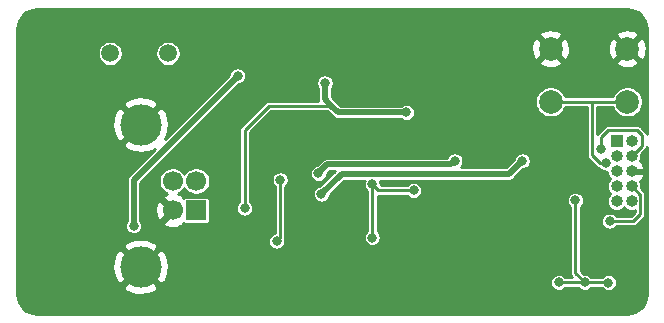
<source format=gbr>
%TF.GenerationSoftware,KiCad,Pcbnew,5.99.0+really5.1.10+dfsg1-1*%
%TF.CreationDate,2021-10-18T01:31:44-04:00*%
%TF.ProjectId,DebugDongle,44656275-6744-46f6-9e67-6c652e6b6963,rev?*%
%TF.SameCoordinates,Original*%
%TF.FileFunction,Copper,L2,Bot*%
%TF.FilePolarity,Positive*%
%FSLAX46Y46*%
G04 Gerber Fmt 4.6, Leading zero omitted, Abs format (unit mm)*
G04 Created by KiCad (PCBNEW 5.99.0+really5.1.10+dfsg1-1) date 2021-10-18 01:31:44*
%MOMM*%
%LPD*%
G01*
G04 APERTURE LIST*
%TA.AperFunction,ComponentPad*%
%ADD10O,1.000000X1.000000*%
%TD*%
%TA.AperFunction,ComponentPad*%
%ADD11R,1.000000X1.000000*%
%TD*%
%TA.AperFunction,ComponentPad*%
%ADD12C,1.500000*%
%TD*%
%TA.AperFunction,ComponentPad*%
%ADD13C,2.000000*%
%TD*%
%TA.AperFunction,ComponentPad*%
%ADD14C,3.500000*%
%TD*%
%TA.AperFunction,ComponentPad*%
%ADD15C,1.700000*%
%TD*%
%TA.AperFunction,ComponentPad*%
%ADD16R,1.700000X1.700000*%
%TD*%
%TA.AperFunction,ViaPad*%
%ADD17C,0.800000*%
%TD*%
%TA.AperFunction,Conductor*%
%ADD18C,0.500000*%
%TD*%
%TA.AperFunction,Conductor*%
%ADD19C,0.250000*%
%TD*%
%TA.AperFunction,Conductor*%
%ADD20C,0.254000*%
%TD*%
%TA.AperFunction,Conductor*%
%ADD21C,0.100000*%
%TD*%
G04 APERTURE END LIST*
D10*
%TO.P,J1,10*%
%TO.N,/TCK*%
X180370000Y-83110000D03*
%TO.P,J1,9*%
%TO.N,/TDI*%
X179100000Y-83110000D03*
%TO.P,J1,8*%
%TO.N,/TDO*%
X180370000Y-81840000D03*
%TO.P,J1,7*%
%TO.N,/TMS*%
X179100000Y-81840000D03*
%TO.P,J1,6*%
%TO.N,GND*%
X180370000Y-80570000D03*
%TO.P,J1,5*%
%TO.N,/DEBUG_TX*%
X179100000Y-80570000D03*
%TO.P,J1,4*%
%TO.N,/DEBUG_RX*%
X180370000Y-79300000D03*
%TO.P,J1,3*%
%TO.N,Net-(J1-Pad3)*%
X179100000Y-79300000D03*
%TO.P,J1,2*%
%TO.N,+1V8*%
X180370000Y-78030000D03*
D11*
%TO.P,J1,1*%
%TO.N,+BATT*%
X179100000Y-78030000D03*
%TD*%
D12*
%TO.P,Y1,2*%
%TO.N,Net-(C17-Pad2)*%
X136220000Y-70600000D03*
%TO.P,Y1,1*%
%TO.N,Net-(C16-Pad2)*%
X141100000Y-70600000D03*
%TD*%
D13*
%TO.P,SW1,1*%
%TO.N,Net-(J1-Pad3)*%
X173500000Y-74700000D03*
%TO.P,SW1,2*%
%TO.N,GND*%
X173500000Y-70200000D03*
%TO.P,SW1,1*%
%TO.N,Net-(J1-Pad3)*%
X180000000Y-74700000D03*
%TO.P,SW1,2*%
%TO.N,GND*%
X180000000Y-70200000D03*
%TD*%
D14*
%TO.P,J2,5*%
%TO.N,GND*%
X138790000Y-76630000D03*
X138790000Y-88670000D03*
D15*
%TO.P,J2,4*%
X141500000Y-83900000D03*
%TO.P,J2,3*%
%TO.N,Net-(J2-Pad3)*%
X141500000Y-81400000D03*
%TO.P,J2,2*%
%TO.N,Net-(J2-Pad2)*%
X143500000Y-81400000D03*
D16*
%TO.P,J2,1*%
%TO.N,Net-(C13-Pad1)*%
X143500000Y-83900000D03*
%TD*%
D17*
%TO.N,Net-(C1-Pad2)*%
X171100000Y-79700000D03*
X154100000Y-82500000D03*
%TO.N,GND*%
X180200000Y-90000000D03*
X164600000Y-89100000D03*
X165500000Y-86000000D03*
X173200000Y-88900000D03*
X173200000Y-86100000D03*
X155200000Y-86200000D03*
X160800000Y-83800000D03*
X156500000Y-83700000D03*
X159500000Y-87100000D03*
X174900000Y-77200000D03*
X160200000Y-79000000D03*
X156600000Y-78900000D03*
X160600000Y-69900000D03*
X151100000Y-89400000D03*
X164800000Y-78300000D03*
X154100000Y-83800000D03*
X152200000Y-78100000D03*
%TO.N,Net-(C11-Pad2)*%
X153850000Y-80750000D03*
X165400000Y-79700000D03*
%TO.N,Net-(C13-Pad1)*%
X147000000Y-72500000D03*
X138200001Y-85200001D03*
%TO.N,/TDO*%
X178500000Y-84800000D03*
%TO.N,/DEBUG_RX*%
X177800000Y-78700000D03*
%TO.N,Net-(J1-Pad3)*%
X178200000Y-79900000D03*
%TO.N,+1V8*%
X161900000Y-82200000D03*
X158400000Y-81700000D03*
X158400000Y-86200000D03*
X178400000Y-90000000D03*
X176387343Y-89987351D03*
X174187347Y-89987347D03*
X175600000Y-83025000D03*
%TO.N,+3V3*%
X154400000Y-73100000D03*
X161300000Y-75600000D03*
X147600000Y-83700000D03*
%TO.N,Net-(R7-Pad1)*%
X150600000Y-81300000D03*
X150300000Y-86500000D03*
%TD*%
D18*
%TO.N,Net-(C1-Pad2)*%
X155800000Y-80800000D02*
X154100000Y-82500000D01*
X171100000Y-79700000D02*
X170000000Y-80800000D01*
X170000000Y-80800000D02*
X155800000Y-80800000D01*
%TO.N,Net-(C11-Pad2)*%
X153850000Y-80750000D02*
X154600001Y-79999999D01*
X154600001Y-79999999D02*
X165100001Y-79999999D01*
X165100001Y-79999999D02*
X165400000Y-79700000D01*
%TO.N,Net-(C13-Pad1)*%
X138200000Y-85200000D02*
X138200001Y-85200001D01*
X138200000Y-81300000D02*
X138200000Y-85200000D01*
X147000000Y-72500000D02*
X138200000Y-81300000D01*
D19*
%TO.N,/TDO*%
X180510002Y-84800000D02*
X178500000Y-84800000D01*
X181085001Y-82555001D02*
X180370000Y-81840000D01*
X181085001Y-84225001D02*
X181085001Y-82555001D01*
X180510002Y-84800000D02*
X181085001Y-84225001D01*
%TO.N,/DEBUG_RX*%
X177800000Y-77700000D02*
X177800000Y-78700000D01*
X181200000Y-77500000D02*
X180800000Y-77100000D01*
X181200000Y-78470000D02*
X181200000Y-77500000D01*
X178400000Y-77100000D02*
X177800000Y-77700000D01*
X180800000Y-77100000D02*
X178400000Y-77100000D01*
X180370000Y-79300000D02*
X181200000Y-78470000D01*
%TO.N,Net-(J1-Pad3)*%
X173500000Y-74700000D02*
X180000000Y-74700000D01*
X177698960Y-79900000D02*
X178200000Y-79900000D01*
X177000000Y-79201040D02*
X177698960Y-79900000D01*
X177000000Y-74700000D02*
X177000000Y-79201040D01*
X176400000Y-74700000D02*
X177000000Y-74700000D01*
%TO.N,+1V8*%
X158900000Y-82200000D02*
X158400000Y-81700000D01*
X161900000Y-82200000D02*
X158900000Y-82200000D01*
X158400000Y-81700000D02*
X158400000Y-86200000D01*
X178387351Y-89987351D02*
X178400000Y-90000000D01*
X176387343Y-89987351D02*
X178387351Y-89987351D01*
X174187351Y-89987351D02*
X174187347Y-89987347D01*
X176387343Y-89987351D02*
X174187351Y-89987351D01*
X175600000Y-89200008D02*
X176387343Y-89987351D01*
X175600000Y-83025000D02*
X175600000Y-89200008D01*
D18*
%TO.N,+3V3*%
X155500000Y-75600000D02*
X161300000Y-75600000D01*
X154400000Y-73100000D02*
X154400000Y-74500000D01*
X154950000Y-75050000D02*
X155500000Y-75600000D01*
X154400000Y-74500000D02*
X154950000Y-75050000D01*
D19*
X149650000Y-75050000D02*
X154950000Y-75050000D01*
X147600000Y-77100000D02*
X149650000Y-75050000D01*
X147600000Y-83700000D02*
X147600000Y-77100000D01*
%TO.N,Net-(R7-Pad1)*%
X150600000Y-86200000D02*
X150300000Y-86500000D01*
X150600000Y-81300000D02*
X150600000Y-86200000D01*
%TD*%
D20*
%TO.N,GND*%
X180319768Y-66885042D02*
X180627361Y-66977908D01*
X180911057Y-67128753D01*
X181160048Y-67331826D01*
X181364855Y-67579393D01*
X181517674Y-67862028D01*
X181612686Y-68168961D01*
X181648001Y-68504963D01*
X181648001Y-77437187D01*
X181645460Y-77411392D01*
X181635585Y-77378841D01*
X181619614Y-77326190D01*
X181577643Y-77247667D01*
X181521159Y-77178841D01*
X181503910Y-77164685D01*
X181135323Y-76796100D01*
X181121159Y-76778841D01*
X181052333Y-76722357D01*
X180973810Y-76680386D01*
X180888607Y-76654540D01*
X180822205Y-76648000D01*
X180800000Y-76645813D01*
X180777795Y-76648000D01*
X178422204Y-76648000D01*
X178399999Y-76645813D01*
X178311392Y-76654540D01*
X178226190Y-76680386D01*
X178147667Y-76722357D01*
X178078841Y-76778841D01*
X178064685Y-76796090D01*
X177496100Y-77364677D01*
X177478841Y-77378841D01*
X177452000Y-77411547D01*
X177452000Y-75152000D01*
X178750890Y-75152000D01*
X178824028Y-75328570D01*
X178969252Y-75545913D01*
X179154087Y-75730748D01*
X179371430Y-75875972D01*
X179612928Y-75976004D01*
X179869302Y-76027000D01*
X180130698Y-76027000D01*
X180387072Y-75976004D01*
X180628570Y-75875972D01*
X180845913Y-75730748D01*
X181030748Y-75545913D01*
X181175972Y-75328570D01*
X181276004Y-75087072D01*
X181327000Y-74830698D01*
X181327000Y-74569302D01*
X181276004Y-74312928D01*
X181175972Y-74071430D01*
X181030748Y-73854087D01*
X180845913Y-73669252D01*
X180628570Y-73524028D01*
X180387072Y-73423996D01*
X180130698Y-73373000D01*
X179869302Y-73373000D01*
X179612928Y-73423996D01*
X179371430Y-73524028D01*
X179154087Y-73669252D01*
X178969252Y-73854087D01*
X178824028Y-74071430D01*
X178750890Y-74248000D01*
X177022205Y-74248000D01*
X177000000Y-74245813D01*
X176977795Y-74248000D01*
X174749110Y-74248000D01*
X174675972Y-74071430D01*
X174530748Y-73854087D01*
X174345913Y-73669252D01*
X174128570Y-73524028D01*
X173887072Y-73423996D01*
X173630698Y-73373000D01*
X173369302Y-73373000D01*
X173112928Y-73423996D01*
X172871430Y-73524028D01*
X172654087Y-73669252D01*
X172469252Y-73854087D01*
X172324028Y-74071430D01*
X172223996Y-74312928D01*
X172173000Y-74569302D01*
X172173000Y-74830698D01*
X172223996Y-75087072D01*
X172324028Y-75328570D01*
X172469252Y-75545913D01*
X172654087Y-75730748D01*
X172871430Y-75875972D01*
X173112928Y-75976004D01*
X173369302Y-76027000D01*
X173630698Y-76027000D01*
X173887072Y-75976004D01*
X174128570Y-75875972D01*
X174345913Y-75730748D01*
X174530748Y-75545913D01*
X174675972Y-75328570D01*
X174749110Y-75152000D01*
X176548000Y-75152000D01*
X176548001Y-79178825D01*
X176545813Y-79201040D01*
X176554540Y-79289647D01*
X176580386Y-79374849D01*
X176610586Y-79431349D01*
X176622358Y-79453373D01*
X176678842Y-79522199D01*
X176696096Y-79536359D01*
X177363641Y-80203905D01*
X177377801Y-80221159D01*
X177446627Y-80277643D01*
X177525150Y-80319614D01*
X177610352Y-80345460D01*
X177624202Y-80346824D01*
X177635302Y-80363436D01*
X177736564Y-80464698D01*
X177855636Y-80544259D01*
X177987942Y-80599062D01*
X178128397Y-80627000D01*
X178271603Y-80627000D01*
X178273000Y-80626722D01*
X178273000Y-80651452D01*
X178304782Y-80811227D01*
X178367123Y-80961731D01*
X178457628Y-81097181D01*
X178565447Y-81205000D01*
X178457628Y-81312819D01*
X178367123Y-81448269D01*
X178304782Y-81598773D01*
X178273000Y-81758548D01*
X178273000Y-81921452D01*
X178304782Y-82081227D01*
X178367123Y-82231731D01*
X178457628Y-82367181D01*
X178565447Y-82475000D01*
X178457628Y-82582819D01*
X178367123Y-82718269D01*
X178304782Y-82868773D01*
X178273000Y-83028548D01*
X178273000Y-83191452D01*
X178304782Y-83351227D01*
X178367123Y-83501731D01*
X178457628Y-83637181D01*
X178572819Y-83752372D01*
X178708269Y-83842877D01*
X178858773Y-83905218D01*
X179018548Y-83937000D01*
X179181452Y-83937000D01*
X179341227Y-83905218D01*
X179491731Y-83842877D01*
X179627181Y-83752372D01*
X179735000Y-83644553D01*
X179842819Y-83752372D01*
X179978269Y-83842877D01*
X180128773Y-83905218D01*
X180288548Y-83937000D01*
X180451452Y-83937000D01*
X180611227Y-83905218D01*
X180633001Y-83896199D01*
X180633001Y-84037776D01*
X180322779Y-84348000D01*
X179072339Y-84348000D01*
X179064698Y-84336564D01*
X178963436Y-84235302D01*
X178844364Y-84155741D01*
X178712058Y-84100938D01*
X178571603Y-84073000D01*
X178428397Y-84073000D01*
X178287942Y-84100938D01*
X178155636Y-84155741D01*
X178036564Y-84235302D01*
X177935302Y-84336564D01*
X177855741Y-84455636D01*
X177800938Y-84587942D01*
X177773000Y-84728397D01*
X177773000Y-84871603D01*
X177800938Y-85012058D01*
X177855741Y-85144364D01*
X177935302Y-85263436D01*
X178036564Y-85364698D01*
X178155636Y-85444259D01*
X178287942Y-85499062D01*
X178428397Y-85527000D01*
X178571603Y-85527000D01*
X178712058Y-85499062D01*
X178844364Y-85444259D01*
X178963436Y-85364698D01*
X179064698Y-85263436D01*
X179072339Y-85252000D01*
X180487797Y-85252000D01*
X180510002Y-85254187D01*
X180532207Y-85252000D01*
X180598609Y-85245460D01*
X180683812Y-85219614D01*
X180762335Y-85177643D01*
X180831161Y-85121159D01*
X180845325Y-85103900D01*
X181388912Y-84560315D01*
X181406160Y-84546160D01*
X181462644Y-84477334D01*
X181504615Y-84398811D01*
X181530461Y-84313608D01*
X181537001Y-84247206D01*
X181537001Y-84247205D01*
X181539188Y-84225002D01*
X181537001Y-84202797D01*
X181537001Y-82577205D01*
X181539188Y-82555000D01*
X181530461Y-82466393D01*
X181504615Y-82381191D01*
X181500669Y-82373809D01*
X181462644Y-82302668D01*
X181406160Y-82233842D01*
X181388911Y-82219686D01*
X181179359Y-82010135D01*
X181197000Y-81921452D01*
X181197000Y-81758548D01*
X181165218Y-81598773D01*
X181102877Y-81448269D01*
X181096141Y-81438188D01*
X181228865Y-81312020D01*
X181357123Y-81130206D01*
X181447446Y-80926864D01*
X181464119Y-80871874D01*
X181337954Y-80697000D01*
X180497000Y-80697000D01*
X180497000Y-80717000D01*
X180243000Y-80717000D01*
X180243000Y-80697000D01*
X180223000Y-80697000D01*
X180223000Y-80443000D01*
X180243000Y-80443000D01*
X180243000Y-80423000D01*
X180497000Y-80423000D01*
X180497000Y-80443000D01*
X181337954Y-80443000D01*
X181464119Y-80268126D01*
X181447446Y-80213136D01*
X181357123Y-80009794D01*
X181228865Y-79827980D01*
X181096141Y-79701812D01*
X181102877Y-79691731D01*
X181165218Y-79541227D01*
X181197000Y-79381452D01*
X181197000Y-79218548D01*
X181179359Y-79129865D01*
X181503911Y-78805314D01*
X181521159Y-78791159D01*
X181577643Y-78722333D01*
X181619614Y-78643810D01*
X181645460Y-78558607D01*
X181645460Y-78558606D01*
X181648001Y-78532813D01*
X181648000Y-90982784D01*
X181614958Y-91319768D01*
X181522091Y-91627361D01*
X181371250Y-91911052D01*
X181168176Y-92160046D01*
X180920607Y-92364854D01*
X180637974Y-92517673D01*
X180331039Y-92612685D01*
X179995046Y-92648000D01*
X130017216Y-92648000D01*
X129680232Y-92614958D01*
X129372639Y-92522091D01*
X129088948Y-92371250D01*
X128839954Y-92168176D01*
X128635146Y-91920607D01*
X128482327Y-91637974D01*
X128387315Y-91331039D01*
X128352000Y-90995046D01*
X128352000Y-90339609D01*
X137299997Y-90339609D01*
X137486073Y-90680766D01*
X137903409Y-90896513D01*
X138354815Y-91026696D01*
X138822946Y-91066313D01*
X139289811Y-91013842D01*
X139737468Y-90871297D01*
X140093927Y-90680766D01*
X140280003Y-90339609D01*
X138790000Y-88849605D01*
X137299997Y-90339609D01*
X128352000Y-90339609D01*
X128352000Y-88702946D01*
X136393687Y-88702946D01*
X136446158Y-89169811D01*
X136588703Y-89617468D01*
X136779234Y-89973927D01*
X137120391Y-90160003D01*
X138610395Y-88670000D01*
X138969605Y-88670000D01*
X140459609Y-90160003D01*
X140800766Y-89973927D01*
X140830844Y-89915744D01*
X173460347Y-89915744D01*
X173460347Y-90058950D01*
X173488285Y-90199405D01*
X173543088Y-90331711D01*
X173622649Y-90450783D01*
X173723911Y-90552045D01*
X173842983Y-90631606D01*
X173975289Y-90686409D01*
X174115744Y-90714347D01*
X174258950Y-90714347D01*
X174399405Y-90686409D01*
X174531711Y-90631606D01*
X174650783Y-90552045D01*
X174752045Y-90450783D01*
X174759684Y-90439351D01*
X175815004Y-90439351D01*
X175822645Y-90450787D01*
X175923907Y-90552049D01*
X176042979Y-90631610D01*
X176175285Y-90686413D01*
X176315740Y-90714351D01*
X176458946Y-90714351D01*
X176599401Y-90686413D01*
X176731707Y-90631610D01*
X176850779Y-90552049D01*
X176952041Y-90450787D01*
X176959682Y-90439351D01*
X177819209Y-90439351D01*
X177835302Y-90463436D01*
X177936564Y-90564698D01*
X178055636Y-90644259D01*
X178187942Y-90699062D01*
X178328397Y-90727000D01*
X178471603Y-90727000D01*
X178612058Y-90699062D01*
X178744364Y-90644259D01*
X178863436Y-90564698D01*
X178964698Y-90463436D01*
X179044259Y-90344364D01*
X179099062Y-90212058D01*
X179127000Y-90071603D01*
X179127000Y-89928397D01*
X179099062Y-89787942D01*
X179044259Y-89655636D01*
X178964698Y-89536564D01*
X178863436Y-89435302D01*
X178744364Y-89355741D01*
X178612058Y-89300938D01*
X178471603Y-89273000D01*
X178328397Y-89273000D01*
X178187942Y-89300938D01*
X178055636Y-89355741D01*
X177936564Y-89435302D01*
X177836515Y-89535351D01*
X176959682Y-89535351D01*
X176952041Y-89523915D01*
X176850779Y-89422653D01*
X176731707Y-89343092D01*
X176599401Y-89288289D01*
X176458946Y-89260351D01*
X176315740Y-89260351D01*
X176302250Y-89263034D01*
X176052000Y-89012785D01*
X176052000Y-83597339D01*
X176063436Y-83589698D01*
X176164698Y-83488436D01*
X176244259Y-83369364D01*
X176299062Y-83237058D01*
X176327000Y-83096603D01*
X176327000Y-82953397D01*
X176299062Y-82812942D01*
X176244259Y-82680636D01*
X176164698Y-82561564D01*
X176063436Y-82460302D01*
X175944364Y-82380741D01*
X175812058Y-82325938D01*
X175671603Y-82298000D01*
X175528397Y-82298000D01*
X175387942Y-82325938D01*
X175255636Y-82380741D01*
X175136564Y-82460302D01*
X175035302Y-82561564D01*
X174955741Y-82680636D01*
X174900938Y-82812942D01*
X174873000Y-82953397D01*
X174873000Y-83096603D01*
X174900938Y-83237058D01*
X174955741Y-83369364D01*
X175035302Y-83488436D01*
X175136564Y-83589698D01*
X175148000Y-83597339D01*
X175148001Y-89177793D01*
X175145813Y-89200008D01*
X175154540Y-89288615D01*
X175180386Y-89373817D01*
X175222358Y-89452341D01*
X175278842Y-89521167D01*
X175296095Y-89535327D01*
X175296120Y-89535351D01*
X174759689Y-89535351D01*
X174752045Y-89523911D01*
X174650783Y-89422649D01*
X174531711Y-89343088D01*
X174399405Y-89288285D01*
X174258950Y-89260347D01*
X174115744Y-89260347D01*
X173975289Y-89288285D01*
X173842983Y-89343088D01*
X173723911Y-89422649D01*
X173622649Y-89523911D01*
X173543088Y-89642983D01*
X173488285Y-89775289D01*
X173460347Y-89915744D01*
X140830844Y-89915744D01*
X141016513Y-89556591D01*
X141146696Y-89105185D01*
X141186313Y-88637054D01*
X141133842Y-88170189D01*
X140991297Y-87722532D01*
X140800766Y-87366073D01*
X140459609Y-87179997D01*
X138969605Y-88670000D01*
X138610395Y-88670000D01*
X137120391Y-87179997D01*
X136779234Y-87366073D01*
X136563487Y-87783409D01*
X136433304Y-88234815D01*
X136393687Y-88702946D01*
X128352000Y-88702946D01*
X128352000Y-87000391D01*
X137299997Y-87000391D01*
X138790000Y-88490395D01*
X140280003Y-87000391D01*
X140093927Y-86659234D01*
X139676591Y-86443487D01*
X139624267Y-86428397D01*
X149573000Y-86428397D01*
X149573000Y-86571603D01*
X149600938Y-86712058D01*
X149655741Y-86844364D01*
X149735302Y-86963436D01*
X149836564Y-87064698D01*
X149955636Y-87144259D01*
X150087942Y-87199062D01*
X150228397Y-87227000D01*
X150371603Y-87227000D01*
X150512058Y-87199062D01*
X150644364Y-87144259D01*
X150763436Y-87064698D01*
X150864698Y-86963436D01*
X150944259Y-86844364D01*
X150999062Y-86712058D01*
X151027000Y-86571603D01*
X151027000Y-86428397D01*
X151017084Y-86378544D01*
X151019614Y-86373810D01*
X151045460Y-86288607D01*
X151054187Y-86200001D01*
X151052000Y-86177796D01*
X151052000Y-81872339D01*
X151063436Y-81864698D01*
X151164698Y-81763436D01*
X151244259Y-81644364D01*
X151299062Y-81512058D01*
X151327000Y-81371603D01*
X151327000Y-81228397D01*
X151299062Y-81087942D01*
X151244259Y-80955636D01*
X151164698Y-80836564D01*
X151063436Y-80735302D01*
X150978272Y-80678397D01*
X153123000Y-80678397D01*
X153123000Y-80821603D01*
X153150938Y-80962058D01*
X153205741Y-81094364D01*
X153285302Y-81213436D01*
X153386564Y-81314698D01*
X153505636Y-81394259D01*
X153637942Y-81449062D01*
X153778397Y-81477000D01*
X153921603Y-81477000D01*
X154062058Y-81449062D01*
X154194364Y-81394259D01*
X154313436Y-81314698D01*
X154414698Y-81213436D01*
X154494259Y-81094364D01*
X154549062Y-80962058D01*
X154572680Y-80843321D01*
X154839002Y-80576999D01*
X155206999Y-80576999D01*
X154006679Y-81777320D01*
X153887942Y-81800938D01*
X153755636Y-81855741D01*
X153636564Y-81935302D01*
X153535302Y-82036564D01*
X153455741Y-82155636D01*
X153400938Y-82287942D01*
X153373000Y-82428397D01*
X153373000Y-82571603D01*
X153400938Y-82712058D01*
X153455741Y-82844364D01*
X153535302Y-82963436D01*
X153636564Y-83064698D01*
X153755636Y-83144259D01*
X153887942Y-83199062D01*
X154028397Y-83227000D01*
X154171603Y-83227000D01*
X154312058Y-83199062D01*
X154444364Y-83144259D01*
X154563436Y-83064698D01*
X154664698Y-82963436D01*
X154744259Y-82844364D01*
X154799062Y-82712058D01*
X154822680Y-82593321D01*
X156039002Y-81377000D01*
X157746892Y-81377000D01*
X157700938Y-81487942D01*
X157673000Y-81628397D01*
X157673000Y-81771603D01*
X157700938Y-81912058D01*
X157755741Y-82044364D01*
X157835302Y-82163436D01*
X157936564Y-82264698D01*
X157948000Y-82272339D01*
X157948001Y-85627660D01*
X157936564Y-85635302D01*
X157835302Y-85736564D01*
X157755741Y-85855636D01*
X157700938Y-85987942D01*
X157673000Y-86128397D01*
X157673000Y-86271603D01*
X157700938Y-86412058D01*
X157755741Y-86544364D01*
X157835302Y-86663436D01*
X157936564Y-86764698D01*
X158055636Y-86844259D01*
X158187942Y-86899062D01*
X158328397Y-86927000D01*
X158471603Y-86927000D01*
X158612058Y-86899062D01*
X158744364Y-86844259D01*
X158863436Y-86764698D01*
X158964698Y-86663436D01*
X159044259Y-86544364D01*
X159099062Y-86412058D01*
X159127000Y-86271603D01*
X159127000Y-86128397D01*
X159099062Y-85987942D01*
X159044259Y-85855636D01*
X158964698Y-85736564D01*
X158863436Y-85635302D01*
X158852000Y-85627661D01*
X158852000Y-82649459D01*
X158900000Y-82654187D01*
X158922205Y-82652000D01*
X161327661Y-82652000D01*
X161335302Y-82663436D01*
X161436564Y-82764698D01*
X161555636Y-82844259D01*
X161687942Y-82899062D01*
X161828397Y-82927000D01*
X161971603Y-82927000D01*
X162112058Y-82899062D01*
X162244364Y-82844259D01*
X162363436Y-82764698D01*
X162464698Y-82663436D01*
X162544259Y-82544364D01*
X162599062Y-82412058D01*
X162627000Y-82271603D01*
X162627000Y-82128397D01*
X162599062Y-81987942D01*
X162544259Y-81855636D01*
X162464698Y-81736564D01*
X162363436Y-81635302D01*
X162244364Y-81555741D01*
X162112058Y-81500938D01*
X161971603Y-81473000D01*
X161828397Y-81473000D01*
X161687942Y-81500938D01*
X161555636Y-81555741D01*
X161436564Y-81635302D01*
X161335302Y-81736564D01*
X161327661Y-81748000D01*
X159127000Y-81748000D01*
X159127000Y-81628397D01*
X159099062Y-81487942D01*
X159053108Y-81377000D01*
X169971669Y-81377000D01*
X170000000Y-81379790D01*
X170028331Y-81377000D01*
X170028336Y-81377000D01*
X170058045Y-81374074D01*
X170113111Y-81368651D01*
X170157770Y-81355103D01*
X170221876Y-81335657D01*
X170322115Y-81282079D01*
X170409974Y-81209974D01*
X170428039Y-81187962D01*
X171193321Y-80422680D01*
X171312058Y-80399062D01*
X171444364Y-80344259D01*
X171563436Y-80264698D01*
X171664698Y-80163436D01*
X171744259Y-80044364D01*
X171799062Y-79912058D01*
X171827000Y-79771603D01*
X171827000Y-79628397D01*
X171799062Y-79487942D01*
X171744259Y-79355636D01*
X171664698Y-79236564D01*
X171563436Y-79135302D01*
X171444364Y-79055741D01*
X171312058Y-79000938D01*
X171171603Y-78973000D01*
X171028397Y-78973000D01*
X170887942Y-79000938D01*
X170755636Y-79055741D01*
X170636564Y-79135302D01*
X170535302Y-79236564D01*
X170455741Y-79355636D01*
X170400938Y-79487942D01*
X170377320Y-79606679D01*
X169760999Y-80223000D01*
X165905134Y-80223000D01*
X165964698Y-80163436D01*
X166044259Y-80044364D01*
X166099062Y-79912058D01*
X166127000Y-79771603D01*
X166127000Y-79628397D01*
X166099062Y-79487942D01*
X166044259Y-79355636D01*
X165964698Y-79236564D01*
X165863436Y-79135302D01*
X165744364Y-79055741D01*
X165612058Y-79000938D01*
X165471603Y-78973000D01*
X165328397Y-78973000D01*
X165187942Y-79000938D01*
X165055636Y-79055741D01*
X164936564Y-79135302D01*
X164835302Y-79236564D01*
X164755741Y-79355636D01*
X164727838Y-79422999D01*
X154628340Y-79422999D01*
X154600001Y-79420208D01*
X154486889Y-79431348D01*
X154378124Y-79464342D01*
X154360413Y-79473809D01*
X154277886Y-79517920D01*
X154190027Y-79590025D01*
X154171964Y-79612035D01*
X153756679Y-80027320D01*
X153637942Y-80050938D01*
X153505636Y-80105741D01*
X153386564Y-80185302D01*
X153285302Y-80286564D01*
X153205741Y-80405636D01*
X153150938Y-80537942D01*
X153123000Y-80678397D01*
X150978272Y-80678397D01*
X150944364Y-80655741D01*
X150812058Y-80600938D01*
X150671603Y-80573000D01*
X150528397Y-80573000D01*
X150387942Y-80600938D01*
X150255636Y-80655741D01*
X150136564Y-80735302D01*
X150035302Y-80836564D01*
X149955741Y-80955636D01*
X149900938Y-81087942D01*
X149873000Y-81228397D01*
X149873000Y-81371603D01*
X149900938Y-81512058D01*
X149955741Y-81644364D01*
X150035302Y-81763436D01*
X150136564Y-81864698D01*
X150148000Y-81872339D01*
X150148001Y-85788992D01*
X150087942Y-85800938D01*
X149955636Y-85855741D01*
X149836564Y-85935302D01*
X149735302Y-86036564D01*
X149655741Y-86155636D01*
X149600938Y-86287942D01*
X149573000Y-86428397D01*
X139624267Y-86428397D01*
X139225185Y-86313304D01*
X138757054Y-86273687D01*
X138290189Y-86326158D01*
X137842532Y-86468703D01*
X137486073Y-86659234D01*
X137299997Y-87000391D01*
X128352000Y-87000391D01*
X128352000Y-78299609D01*
X137299997Y-78299609D01*
X137486073Y-78640766D01*
X137903409Y-78856513D01*
X138354815Y-78986696D01*
X138822946Y-79026313D01*
X139289811Y-78973842D01*
X139737468Y-78831297D01*
X139985022Y-78698977D01*
X137812038Y-80871961D01*
X137790026Y-80890026D01*
X137717921Y-80977886D01*
X137664343Y-81078125D01*
X137655547Y-81107123D01*
X137631349Y-81186889D01*
X137620210Y-81300000D01*
X137623000Y-81328331D01*
X137623001Y-84754977D01*
X137555742Y-84855637D01*
X137500939Y-84987943D01*
X137473001Y-85128398D01*
X137473001Y-85271604D01*
X137500939Y-85412059D01*
X137555742Y-85544365D01*
X137635303Y-85663437D01*
X137736565Y-85764699D01*
X137855637Y-85844260D01*
X137987943Y-85899063D01*
X138128398Y-85927001D01*
X138271604Y-85927001D01*
X138412059Y-85899063D01*
X138544365Y-85844260D01*
X138663437Y-85764699D01*
X138764699Y-85663437D01*
X138844260Y-85544365D01*
X138899063Y-85412059D01*
X138927001Y-85271604D01*
X138927001Y-85128398D01*
X138899063Y-84987943D01*
X138844260Y-84855637D01*
X138777000Y-84754975D01*
X138777000Y-83968531D01*
X140009389Y-83968531D01*
X140051401Y-84258019D01*
X140149081Y-84533747D01*
X140222528Y-84671157D01*
X140471603Y-84748792D01*
X141320395Y-83900000D01*
X140471603Y-83051208D01*
X140222528Y-83128843D01*
X140096629Y-83392883D01*
X140024661Y-83676411D01*
X140009389Y-83968531D01*
X138777000Y-83968531D01*
X138777000Y-81539001D01*
X139031925Y-81284076D01*
X140323000Y-81284076D01*
X140323000Y-81515924D01*
X140368231Y-81743318D01*
X140456956Y-81957519D01*
X140585764Y-82150294D01*
X140749706Y-82314236D01*
X140942481Y-82443044D01*
X141045324Y-82485643D01*
X140866253Y-82549081D01*
X140728843Y-82622528D01*
X140651208Y-82871603D01*
X141500000Y-83720395D01*
X141514143Y-83706253D01*
X141693748Y-83885858D01*
X141679605Y-83900000D01*
X141693748Y-83914143D01*
X141514143Y-84093748D01*
X141500000Y-84079605D01*
X140651208Y-84928397D01*
X140728843Y-85177472D01*
X140992883Y-85303371D01*
X141276411Y-85375339D01*
X141568531Y-85390611D01*
X141858019Y-85348599D01*
X142133747Y-85250919D01*
X142271157Y-85177472D01*
X142348791Y-84928399D01*
X142464896Y-85044504D01*
X142479665Y-85029735D01*
X142524257Y-85053570D01*
X142585897Y-85072268D01*
X142650000Y-85078582D01*
X144350000Y-85078582D01*
X144414103Y-85072268D01*
X144475743Y-85053570D01*
X144532550Y-85023206D01*
X144582343Y-84982343D01*
X144623206Y-84932550D01*
X144653570Y-84875743D01*
X144672268Y-84814103D01*
X144678582Y-84750000D01*
X144678582Y-83628397D01*
X146873000Y-83628397D01*
X146873000Y-83771603D01*
X146900938Y-83912058D01*
X146955741Y-84044364D01*
X147035302Y-84163436D01*
X147136564Y-84264698D01*
X147255636Y-84344259D01*
X147387942Y-84399062D01*
X147528397Y-84427000D01*
X147671603Y-84427000D01*
X147812058Y-84399062D01*
X147944364Y-84344259D01*
X148063436Y-84264698D01*
X148164698Y-84163436D01*
X148244259Y-84044364D01*
X148299062Y-83912058D01*
X148327000Y-83771603D01*
X148327000Y-83628397D01*
X148299062Y-83487942D01*
X148244259Y-83355636D01*
X148164698Y-83236564D01*
X148063436Y-83135302D01*
X148052000Y-83127661D01*
X148052000Y-77287223D01*
X149837224Y-75502000D01*
X154585999Y-75502000D01*
X155071961Y-75987962D01*
X155090026Y-76009974D01*
X155177885Y-76082079D01*
X155278124Y-76135657D01*
X155386888Y-76168650D01*
X155471664Y-76177000D01*
X155471670Y-76177000D01*
X155499999Y-76179790D01*
X155528328Y-76177000D01*
X160854975Y-76177000D01*
X160955636Y-76244259D01*
X161087942Y-76299062D01*
X161228397Y-76327000D01*
X161371603Y-76327000D01*
X161512058Y-76299062D01*
X161644364Y-76244259D01*
X161763436Y-76164698D01*
X161864698Y-76063436D01*
X161944259Y-75944364D01*
X161999062Y-75812058D01*
X162027000Y-75671603D01*
X162027000Y-75528397D01*
X161999062Y-75387942D01*
X161944259Y-75255636D01*
X161864698Y-75136564D01*
X161763436Y-75035302D01*
X161644364Y-74955741D01*
X161512058Y-74900938D01*
X161371603Y-74873000D01*
X161228397Y-74873000D01*
X161087942Y-74900938D01*
X160955636Y-74955741D01*
X160854975Y-75023000D01*
X155739001Y-75023000D01*
X154977000Y-74260999D01*
X154977000Y-73545025D01*
X155044259Y-73444364D01*
X155099062Y-73312058D01*
X155127000Y-73171603D01*
X155127000Y-73028397D01*
X155099062Y-72887942D01*
X155044259Y-72755636D01*
X154964698Y-72636564D01*
X154863436Y-72535302D01*
X154744364Y-72455741D01*
X154612058Y-72400938D01*
X154471603Y-72373000D01*
X154328397Y-72373000D01*
X154187942Y-72400938D01*
X154055636Y-72455741D01*
X153936564Y-72535302D01*
X153835302Y-72636564D01*
X153755741Y-72755636D01*
X153700938Y-72887942D01*
X153673000Y-73028397D01*
X153673000Y-73171603D01*
X153700938Y-73312058D01*
X153755741Y-73444364D01*
X153823000Y-73545025D01*
X153823001Y-74471659D01*
X153820210Y-74500000D01*
X153829861Y-74598000D01*
X149672205Y-74598000D01*
X149650000Y-74595813D01*
X149561392Y-74604540D01*
X149512953Y-74619234D01*
X149476190Y-74630386D01*
X149397667Y-74672357D01*
X149328841Y-74728841D01*
X149314681Y-74746095D01*
X147296096Y-76764681D01*
X147278842Y-76778841D01*
X147253595Y-76809605D01*
X147222358Y-76847667D01*
X147180386Y-76926191D01*
X147154540Y-77011393D01*
X147145813Y-77100000D01*
X147148001Y-77122215D01*
X147148000Y-83127661D01*
X147136564Y-83135302D01*
X147035302Y-83236564D01*
X146955741Y-83355636D01*
X146900938Y-83487942D01*
X146873000Y-83628397D01*
X144678582Y-83628397D01*
X144678582Y-83050000D01*
X144672268Y-82985897D01*
X144653570Y-82924257D01*
X144623206Y-82867450D01*
X144582343Y-82817657D01*
X144532550Y-82776794D01*
X144475743Y-82746430D01*
X144414103Y-82727732D01*
X144350000Y-82721418D01*
X142650000Y-82721418D01*
X142585897Y-82727732D01*
X142524257Y-82746430D01*
X142479665Y-82770265D01*
X142464896Y-82755496D01*
X142348791Y-82871601D01*
X142271157Y-82622528D01*
X142007117Y-82496629D01*
X141958156Y-82484201D01*
X142057519Y-82443044D01*
X142250294Y-82314236D01*
X142414236Y-82150294D01*
X142500000Y-82021939D01*
X142585764Y-82150294D01*
X142749706Y-82314236D01*
X142942481Y-82443044D01*
X143156682Y-82531769D01*
X143384076Y-82577000D01*
X143615924Y-82577000D01*
X143843318Y-82531769D01*
X144057519Y-82443044D01*
X144250294Y-82314236D01*
X144414236Y-82150294D01*
X144543044Y-81957519D01*
X144631769Y-81743318D01*
X144677000Y-81515924D01*
X144677000Y-81284076D01*
X144631769Y-81056682D01*
X144543044Y-80842481D01*
X144414236Y-80649706D01*
X144250294Y-80485764D01*
X144057519Y-80356956D01*
X143843318Y-80268231D01*
X143615924Y-80223000D01*
X143384076Y-80223000D01*
X143156682Y-80268231D01*
X142942481Y-80356956D01*
X142749706Y-80485764D01*
X142585764Y-80649706D01*
X142500000Y-80778061D01*
X142414236Y-80649706D01*
X142250294Y-80485764D01*
X142057519Y-80356956D01*
X141843318Y-80268231D01*
X141615924Y-80223000D01*
X141384076Y-80223000D01*
X141156682Y-80268231D01*
X140942481Y-80356956D01*
X140749706Y-80485764D01*
X140585764Y-80649706D01*
X140456956Y-80842481D01*
X140368231Y-81056682D01*
X140323000Y-81284076D01*
X139031925Y-81284076D01*
X147093321Y-73222680D01*
X147212058Y-73199062D01*
X147344364Y-73144259D01*
X147463436Y-73064698D01*
X147564698Y-72963436D01*
X147644259Y-72844364D01*
X147699062Y-72712058D01*
X147727000Y-72571603D01*
X147727000Y-72428397D01*
X147699062Y-72287942D01*
X147644259Y-72155636D01*
X147564698Y-72036564D01*
X147463436Y-71935302D01*
X147344364Y-71855741D01*
X147212058Y-71800938D01*
X147071603Y-71773000D01*
X146928397Y-71773000D01*
X146787942Y-71800938D01*
X146655636Y-71855741D01*
X146536564Y-71935302D01*
X146435302Y-72036564D01*
X146355741Y-72155636D01*
X146300938Y-72287942D01*
X146277320Y-72406679D01*
X140855020Y-77828979D01*
X141016513Y-77516591D01*
X141146696Y-77065185D01*
X141186313Y-76597054D01*
X141133842Y-76130189D01*
X140991297Y-75682532D01*
X140800766Y-75326073D01*
X140459609Y-75139997D01*
X138969605Y-76630000D01*
X138983748Y-76644142D01*
X138804142Y-76823748D01*
X138790000Y-76809605D01*
X137299997Y-78299609D01*
X128352000Y-78299609D01*
X128352000Y-76662946D01*
X136393687Y-76662946D01*
X136446158Y-77129811D01*
X136588703Y-77577468D01*
X136779234Y-77933927D01*
X137120391Y-78120003D01*
X138610395Y-76630000D01*
X137120391Y-75139997D01*
X136779234Y-75326073D01*
X136563487Y-75743409D01*
X136433304Y-76194815D01*
X136393687Y-76662946D01*
X128352000Y-76662946D01*
X128352000Y-74960391D01*
X137299997Y-74960391D01*
X138790000Y-76450395D01*
X140280003Y-74960391D01*
X140093927Y-74619234D01*
X139676591Y-74403487D01*
X139225185Y-74273304D01*
X138757054Y-74233687D01*
X138290189Y-74286158D01*
X137842532Y-74428703D01*
X137486073Y-74619234D01*
X137299997Y-74960391D01*
X128352000Y-74960391D01*
X128352000Y-70493925D01*
X135143000Y-70493925D01*
X135143000Y-70706075D01*
X135184389Y-70914149D01*
X135265575Y-71110151D01*
X135383440Y-71286547D01*
X135533453Y-71436560D01*
X135709849Y-71554425D01*
X135905851Y-71635611D01*
X136113925Y-71677000D01*
X136326075Y-71677000D01*
X136534149Y-71635611D01*
X136730151Y-71554425D01*
X136906547Y-71436560D01*
X137056560Y-71286547D01*
X137174425Y-71110151D01*
X137255611Y-70914149D01*
X137297000Y-70706075D01*
X137297000Y-70493925D01*
X140023000Y-70493925D01*
X140023000Y-70706075D01*
X140064389Y-70914149D01*
X140145575Y-71110151D01*
X140263440Y-71286547D01*
X140413453Y-71436560D01*
X140589849Y-71554425D01*
X140785851Y-71635611D01*
X140993925Y-71677000D01*
X141206075Y-71677000D01*
X141414149Y-71635611D01*
X141610151Y-71554425D01*
X141786547Y-71436560D01*
X141887694Y-71335413D01*
X172544192Y-71335413D01*
X172639956Y-71599814D01*
X172929571Y-71740704D01*
X173241108Y-71822384D01*
X173562595Y-71841718D01*
X173881675Y-71797961D01*
X174186088Y-71692795D01*
X174360044Y-71599814D01*
X174455808Y-71335413D01*
X179044192Y-71335413D01*
X179139956Y-71599814D01*
X179429571Y-71740704D01*
X179741108Y-71822384D01*
X180062595Y-71841718D01*
X180381675Y-71797961D01*
X180686088Y-71692795D01*
X180860044Y-71599814D01*
X180955808Y-71335413D01*
X180000000Y-70379605D01*
X179044192Y-71335413D01*
X174455808Y-71335413D01*
X173500000Y-70379605D01*
X172544192Y-71335413D01*
X141887694Y-71335413D01*
X141936560Y-71286547D01*
X142054425Y-71110151D01*
X142135611Y-70914149D01*
X142177000Y-70706075D01*
X142177000Y-70493925D01*
X142135611Y-70285851D01*
X142125979Y-70262595D01*
X171858282Y-70262595D01*
X171902039Y-70581675D01*
X172007205Y-70886088D01*
X172100186Y-71060044D01*
X172364587Y-71155808D01*
X173320395Y-70200000D01*
X173679605Y-70200000D01*
X174635413Y-71155808D01*
X174899814Y-71060044D01*
X175040704Y-70770429D01*
X175122384Y-70458892D01*
X175134189Y-70262595D01*
X178358282Y-70262595D01*
X178402039Y-70581675D01*
X178507205Y-70886088D01*
X178600186Y-71060044D01*
X178864587Y-71155808D01*
X179820395Y-70200000D01*
X180179605Y-70200000D01*
X181135413Y-71155808D01*
X181399814Y-71060044D01*
X181540704Y-70770429D01*
X181622384Y-70458892D01*
X181641718Y-70137405D01*
X181597961Y-69818325D01*
X181492795Y-69513912D01*
X181399814Y-69339956D01*
X181135413Y-69244192D01*
X180179605Y-70200000D01*
X179820395Y-70200000D01*
X178864587Y-69244192D01*
X178600186Y-69339956D01*
X178459296Y-69629571D01*
X178377616Y-69941108D01*
X178358282Y-70262595D01*
X175134189Y-70262595D01*
X175141718Y-70137405D01*
X175097961Y-69818325D01*
X174992795Y-69513912D01*
X174899814Y-69339956D01*
X174635413Y-69244192D01*
X173679605Y-70200000D01*
X173320395Y-70200000D01*
X172364587Y-69244192D01*
X172100186Y-69339956D01*
X171959296Y-69629571D01*
X171877616Y-69941108D01*
X171858282Y-70262595D01*
X142125979Y-70262595D01*
X142054425Y-70089849D01*
X141936560Y-69913453D01*
X141786547Y-69763440D01*
X141610151Y-69645575D01*
X141414149Y-69564389D01*
X141206075Y-69523000D01*
X140993925Y-69523000D01*
X140785851Y-69564389D01*
X140589849Y-69645575D01*
X140413453Y-69763440D01*
X140263440Y-69913453D01*
X140145575Y-70089849D01*
X140064389Y-70285851D01*
X140023000Y-70493925D01*
X137297000Y-70493925D01*
X137255611Y-70285851D01*
X137174425Y-70089849D01*
X137056560Y-69913453D01*
X136906547Y-69763440D01*
X136730151Y-69645575D01*
X136534149Y-69564389D01*
X136326075Y-69523000D01*
X136113925Y-69523000D01*
X135905851Y-69564389D01*
X135709849Y-69645575D01*
X135533453Y-69763440D01*
X135383440Y-69913453D01*
X135265575Y-70089849D01*
X135184389Y-70285851D01*
X135143000Y-70493925D01*
X128352000Y-70493925D01*
X128352000Y-69064587D01*
X172544192Y-69064587D01*
X173500000Y-70020395D01*
X174455808Y-69064587D01*
X179044192Y-69064587D01*
X180000000Y-70020395D01*
X180955808Y-69064587D01*
X180860044Y-68800186D01*
X180570429Y-68659296D01*
X180258892Y-68577616D01*
X179937405Y-68558282D01*
X179618325Y-68602039D01*
X179313912Y-68707205D01*
X179139956Y-68800186D01*
X179044192Y-69064587D01*
X174455808Y-69064587D01*
X174360044Y-68800186D01*
X174070429Y-68659296D01*
X173758892Y-68577616D01*
X173437405Y-68558282D01*
X173118325Y-68602039D01*
X172813912Y-68707205D01*
X172639956Y-68800186D01*
X172544192Y-69064587D01*
X128352000Y-69064587D01*
X128352000Y-68517215D01*
X128385042Y-68180232D01*
X128477908Y-67872639D01*
X128628753Y-67588943D01*
X128831826Y-67339952D01*
X129079393Y-67135145D01*
X129362028Y-66982326D01*
X129668961Y-66887314D01*
X130004954Y-66852000D01*
X179982785Y-66852000D01*
X180319768Y-66885042D01*
%TA.AperFunction,Conductor*%
D21*
G36*
X180319768Y-66885042D02*
G01*
X180627361Y-66977908D01*
X180911057Y-67128753D01*
X181160048Y-67331826D01*
X181364855Y-67579393D01*
X181517674Y-67862028D01*
X181612686Y-68168961D01*
X181648001Y-68504963D01*
X181648001Y-77437187D01*
X181645460Y-77411392D01*
X181635585Y-77378841D01*
X181619614Y-77326190D01*
X181577643Y-77247667D01*
X181521159Y-77178841D01*
X181503910Y-77164685D01*
X181135323Y-76796100D01*
X181121159Y-76778841D01*
X181052333Y-76722357D01*
X180973810Y-76680386D01*
X180888607Y-76654540D01*
X180822205Y-76648000D01*
X180800000Y-76645813D01*
X180777795Y-76648000D01*
X178422204Y-76648000D01*
X178399999Y-76645813D01*
X178311392Y-76654540D01*
X178226190Y-76680386D01*
X178147667Y-76722357D01*
X178078841Y-76778841D01*
X178064685Y-76796090D01*
X177496100Y-77364677D01*
X177478841Y-77378841D01*
X177452000Y-77411547D01*
X177452000Y-75152000D01*
X178750890Y-75152000D01*
X178824028Y-75328570D01*
X178969252Y-75545913D01*
X179154087Y-75730748D01*
X179371430Y-75875972D01*
X179612928Y-75976004D01*
X179869302Y-76027000D01*
X180130698Y-76027000D01*
X180387072Y-75976004D01*
X180628570Y-75875972D01*
X180845913Y-75730748D01*
X181030748Y-75545913D01*
X181175972Y-75328570D01*
X181276004Y-75087072D01*
X181327000Y-74830698D01*
X181327000Y-74569302D01*
X181276004Y-74312928D01*
X181175972Y-74071430D01*
X181030748Y-73854087D01*
X180845913Y-73669252D01*
X180628570Y-73524028D01*
X180387072Y-73423996D01*
X180130698Y-73373000D01*
X179869302Y-73373000D01*
X179612928Y-73423996D01*
X179371430Y-73524028D01*
X179154087Y-73669252D01*
X178969252Y-73854087D01*
X178824028Y-74071430D01*
X178750890Y-74248000D01*
X177022205Y-74248000D01*
X177000000Y-74245813D01*
X176977795Y-74248000D01*
X174749110Y-74248000D01*
X174675972Y-74071430D01*
X174530748Y-73854087D01*
X174345913Y-73669252D01*
X174128570Y-73524028D01*
X173887072Y-73423996D01*
X173630698Y-73373000D01*
X173369302Y-73373000D01*
X173112928Y-73423996D01*
X172871430Y-73524028D01*
X172654087Y-73669252D01*
X172469252Y-73854087D01*
X172324028Y-74071430D01*
X172223996Y-74312928D01*
X172173000Y-74569302D01*
X172173000Y-74830698D01*
X172223996Y-75087072D01*
X172324028Y-75328570D01*
X172469252Y-75545913D01*
X172654087Y-75730748D01*
X172871430Y-75875972D01*
X173112928Y-75976004D01*
X173369302Y-76027000D01*
X173630698Y-76027000D01*
X173887072Y-75976004D01*
X174128570Y-75875972D01*
X174345913Y-75730748D01*
X174530748Y-75545913D01*
X174675972Y-75328570D01*
X174749110Y-75152000D01*
X176548000Y-75152000D01*
X176548001Y-79178825D01*
X176545813Y-79201040D01*
X176554540Y-79289647D01*
X176580386Y-79374849D01*
X176610586Y-79431349D01*
X176622358Y-79453373D01*
X176678842Y-79522199D01*
X176696096Y-79536359D01*
X177363641Y-80203905D01*
X177377801Y-80221159D01*
X177446627Y-80277643D01*
X177525150Y-80319614D01*
X177610352Y-80345460D01*
X177624202Y-80346824D01*
X177635302Y-80363436D01*
X177736564Y-80464698D01*
X177855636Y-80544259D01*
X177987942Y-80599062D01*
X178128397Y-80627000D01*
X178271603Y-80627000D01*
X178273000Y-80626722D01*
X178273000Y-80651452D01*
X178304782Y-80811227D01*
X178367123Y-80961731D01*
X178457628Y-81097181D01*
X178565447Y-81205000D01*
X178457628Y-81312819D01*
X178367123Y-81448269D01*
X178304782Y-81598773D01*
X178273000Y-81758548D01*
X178273000Y-81921452D01*
X178304782Y-82081227D01*
X178367123Y-82231731D01*
X178457628Y-82367181D01*
X178565447Y-82475000D01*
X178457628Y-82582819D01*
X178367123Y-82718269D01*
X178304782Y-82868773D01*
X178273000Y-83028548D01*
X178273000Y-83191452D01*
X178304782Y-83351227D01*
X178367123Y-83501731D01*
X178457628Y-83637181D01*
X178572819Y-83752372D01*
X178708269Y-83842877D01*
X178858773Y-83905218D01*
X179018548Y-83937000D01*
X179181452Y-83937000D01*
X179341227Y-83905218D01*
X179491731Y-83842877D01*
X179627181Y-83752372D01*
X179735000Y-83644553D01*
X179842819Y-83752372D01*
X179978269Y-83842877D01*
X180128773Y-83905218D01*
X180288548Y-83937000D01*
X180451452Y-83937000D01*
X180611227Y-83905218D01*
X180633001Y-83896199D01*
X180633001Y-84037776D01*
X180322779Y-84348000D01*
X179072339Y-84348000D01*
X179064698Y-84336564D01*
X178963436Y-84235302D01*
X178844364Y-84155741D01*
X178712058Y-84100938D01*
X178571603Y-84073000D01*
X178428397Y-84073000D01*
X178287942Y-84100938D01*
X178155636Y-84155741D01*
X178036564Y-84235302D01*
X177935302Y-84336564D01*
X177855741Y-84455636D01*
X177800938Y-84587942D01*
X177773000Y-84728397D01*
X177773000Y-84871603D01*
X177800938Y-85012058D01*
X177855741Y-85144364D01*
X177935302Y-85263436D01*
X178036564Y-85364698D01*
X178155636Y-85444259D01*
X178287942Y-85499062D01*
X178428397Y-85527000D01*
X178571603Y-85527000D01*
X178712058Y-85499062D01*
X178844364Y-85444259D01*
X178963436Y-85364698D01*
X179064698Y-85263436D01*
X179072339Y-85252000D01*
X180487797Y-85252000D01*
X180510002Y-85254187D01*
X180532207Y-85252000D01*
X180598609Y-85245460D01*
X180683812Y-85219614D01*
X180762335Y-85177643D01*
X180831161Y-85121159D01*
X180845325Y-85103900D01*
X181388912Y-84560315D01*
X181406160Y-84546160D01*
X181462644Y-84477334D01*
X181504615Y-84398811D01*
X181530461Y-84313608D01*
X181537001Y-84247206D01*
X181537001Y-84247205D01*
X181539188Y-84225002D01*
X181537001Y-84202797D01*
X181537001Y-82577205D01*
X181539188Y-82555000D01*
X181530461Y-82466393D01*
X181504615Y-82381191D01*
X181500669Y-82373809D01*
X181462644Y-82302668D01*
X181406160Y-82233842D01*
X181388911Y-82219686D01*
X181179359Y-82010135D01*
X181197000Y-81921452D01*
X181197000Y-81758548D01*
X181165218Y-81598773D01*
X181102877Y-81448269D01*
X181096141Y-81438188D01*
X181228865Y-81312020D01*
X181357123Y-81130206D01*
X181447446Y-80926864D01*
X181464119Y-80871874D01*
X181337954Y-80697000D01*
X180497000Y-80697000D01*
X180497000Y-80717000D01*
X180243000Y-80717000D01*
X180243000Y-80697000D01*
X180223000Y-80697000D01*
X180223000Y-80443000D01*
X180243000Y-80443000D01*
X180243000Y-80423000D01*
X180497000Y-80423000D01*
X180497000Y-80443000D01*
X181337954Y-80443000D01*
X181464119Y-80268126D01*
X181447446Y-80213136D01*
X181357123Y-80009794D01*
X181228865Y-79827980D01*
X181096141Y-79701812D01*
X181102877Y-79691731D01*
X181165218Y-79541227D01*
X181197000Y-79381452D01*
X181197000Y-79218548D01*
X181179359Y-79129865D01*
X181503911Y-78805314D01*
X181521159Y-78791159D01*
X181577643Y-78722333D01*
X181619614Y-78643810D01*
X181645460Y-78558607D01*
X181645460Y-78558606D01*
X181648001Y-78532813D01*
X181648000Y-90982784D01*
X181614958Y-91319768D01*
X181522091Y-91627361D01*
X181371250Y-91911052D01*
X181168176Y-92160046D01*
X180920607Y-92364854D01*
X180637974Y-92517673D01*
X180331039Y-92612685D01*
X179995046Y-92648000D01*
X130017216Y-92648000D01*
X129680232Y-92614958D01*
X129372639Y-92522091D01*
X129088948Y-92371250D01*
X128839954Y-92168176D01*
X128635146Y-91920607D01*
X128482327Y-91637974D01*
X128387315Y-91331039D01*
X128352000Y-90995046D01*
X128352000Y-90339609D01*
X137299997Y-90339609D01*
X137486073Y-90680766D01*
X137903409Y-90896513D01*
X138354815Y-91026696D01*
X138822946Y-91066313D01*
X139289811Y-91013842D01*
X139737468Y-90871297D01*
X140093927Y-90680766D01*
X140280003Y-90339609D01*
X138790000Y-88849605D01*
X137299997Y-90339609D01*
X128352000Y-90339609D01*
X128352000Y-88702946D01*
X136393687Y-88702946D01*
X136446158Y-89169811D01*
X136588703Y-89617468D01*
X136779234Y-89973927D01*
X137120391Y-90160003D01*
X138610395Y-88670000D01*
X138969605Y-88670000D01*
X140459609Y-90160003D01*
X140800766Y-89973927D01*
X140830844Y-89915744D01*
X173460347Y-89915744D01*
X173460347Y-90058950D01*
X173488285Y-90199405D01*
X173543088Y-90331711D01*
X173622649Y-90450783D01*
X173723911Y-90552045D01*
X173842983Y-90631606D01*
X173975289Y-90686409D01*
X174115744Y-90714347D01*
X174258950Y-90714347D01*
X174399405Y-90686409D01*
X174531711Y-90631606D01*
X174650783Y-90552045D01*
X174752045Y-90450783D01*
X174759684Y-90439351D01*
X175815004Y-90439351D01*
X175822645Y-90450787D01*
X175923907Y-90552049D01*
X176042979Y-90631610D01*
X176175285Y-90686413D01*
X176315740Y-90714351D01*
X176458946Y-90714351D01*
X176599401Y-90686413D01*
X176731707Y-90631610D01*
X176850779Y-90552049D01*
X176952041Y-90450787D01*
X176959682Y-90439351D01*
X177819209Y-90439351D01*
X177835302Y-90463436D01*
X177936564Y-90564698D01*
X178055636Y-90644259D01*
X178187942Y-90699062D01*
X178328397Y-90727000D01*
X178471603Y-90727000D01*
X178612058Y-90699062D01*
X178744364Y-90644259D01*
X178863436Y-90564698D01*
X178964698Y-90463436D01*
X179044259Y-90344364D01*
X179099062Y-90212058D01*
X179127000Y-90071603D01*
X179127000Y-89928397D01*
X179099062Y-89787942D01*
X179044259Y-89655636D01*
X178964698Y-89536564D01*
X178863436Y-89435302D01*
X178744364Y-89355741D01*
X178612058Y-89300938D01*
X178471603Y-89273000D01*
X178328397Y-89273000D01*
X178187942Y-89300938D01*
X178055636Y-89355741D01*
X177936564Y-89435302D01*
X177836515Y-89535351D01*
X176959682Y-89535351D01*
X176952041Y-89523915D01*
X176850779Y-89422653D01*
X176731707Y-89343092D01*
X176599401Y-89288289D01*
X176458946Y-89260351D01*
X176315740Y-89260351D01*
X176302250Y-89263034D01*
X176052000Y-89012785D01*
X176052000Y-83597339D01*
X176063436Y-83589698D01*
X176164698Y-83488436D01*
X176244259Y-83369364D01*
X176299062Y-83237058D01*
X176327000Y-83096603D01*
X176327000Y-82953397D01*
X176299062Y-82812942D01*
X176244259Y-82680636D01*
X176164698Y-82561564D01*
X176063436Y-82460302D01*
X175944364Y-82380741D01*
X175812058Y-82325938D01*
X175671603Y-82298000D01*
X175528397Y-82298000D01*
X175387942Y-82325938D01*
X175255636Y-82380741D01*
X175136564Y-82460302D01*
X175035302Y-82561564D01*
X174955741Y-82680636D01*
X174900938Y-82812942D01*
X174873000Y-82953397D01*
X174873000Y-83096603D01*
X174900938Y-83237058D01*
X174955741Y-83369364D01*
X175035302Y-83488436D01*
X175136564Y-83589698D01*
X175148000Y-83597339D01*
X175148001Y-89177793D01*
X175145813Y-89200008D01*
X175154540Y-89288615D01*
X175180386Y-89373817D01*
X175222358Y-89452341D01*
X175278842Y-89521167D01*
X175296095Y-89535327D01*
X175296120Y-89535351D01*
X174759689Y-89535351D01*
X174752045Y-89523911D01*
X174650783Y-89422649D01*
X174531711Y-89343088D01*
X174399405Y-89288285D01*
X174258950Y-89260347D01*
X174115744Y-89260347D01*
X173975289Y-89288285D01*
X173842983Y-89343088D01*
X173723911Y-89422649D01*
X173622649Y-89523911D01*
X173543088Y-89642983D01*
X173488285Y-89775289D01*
X173460347Y-89915744D01*
X140830844Y-89915744D01*
X141016513Y-89556591D01*
X141146696Y-89105185D01*
X141186313Y-88637054D01*
X141133842Y-88170189D01*
X140991297Y-87722532D01*
X140800766Y-87366073D01*
X140459609Y-87179997D01*
X138969605Y-88670000D01*
X138610395Y-88670000D01*
X137120391Y-87179997D01*
X136779234Y-87366073D01*
X136563487Y-87783409D01*
X136433304Y-88234815D01*
X136393687Y-88702946D01*
X128352000Y-88702946D01*
X128352000Y-87000391D01*
X137299997Y-87000391D01*
X138790000Y-88490395D01*
X140280003Y-87000391D01*
X140093927Y-86659234D01*
X139676591Y-86443487D01*
X139624267Y-86428397D01*
X149573000Y-86428397D01*
X149573000Y-86571603D01*
X149600938Y-86712058D01*
X149655741Y-86844364D01*
X149735302Y-86963436D01*
X149836564Y-87064698D01*
X149955636Y-87144259D01*
X150087942Y-87199062D01*
X150228397Y-87227000D01*
X150371603Y-87227000D01*
X150512058Y-87199062D01*
X150644364Y-87144259D01*
X150763436Y-87064698D01*
X150864698Y-86963436D01*
X150944259Y-86844364D01*
X150999062Y-86712058D01*
X151027000Y-86571603D01*
X151027000Y-86428397D01*
X151017084Y-86378544D01*
X151019614Y-86373810D01*
X151045460Y-86288607D01*
X151054187Y-86200001D01*
X151052000Y-86177796D01*
X151052000Y-81872339D01*
X151063436Y-81864698D01*
X151164698Y-81763436D01*
X151244259Y-81644364D01*
X151299062Y-81512058D01*
X151327000Y-81371603D01*
X151327000Y-81228397D01*
X151299062Y-81087942D01*
X151244259Y-80955636D01*
X151164698Y-80836564D01*
X151063436Y-80735302D01*
X150978272Y-80678397D01*
X153123000Y-80678397D01*
X153123000Y-80821603D01*
X153150938Y-80962058D01*
X153205741Y-81094364D01*
X153285302Y-81213436D01*
X153386564Y-81314698D01*
X153505636Y-81394259D01*
X153637942Y-81449062D01*
X153778397Y-81477000D01*
X153921603Y-81477000D01*
X154062058Y-81449062D01*
X154194364Y-81394259D01*
X154313436Y-81314698D01*
X154414698Y-81213436D01*
X154494259Y-81094364D01*
X154549062Y-80962058D01*
X154572680Y-80843321D01*
X154839002Y-80576999D01*
X155206999Y-80576999D01*
X154006679Y-81777320D01*
X153887942Y-81800938D01*
X153755636Y-81855741D01*
X153636564Y-81935302D01*
X153535302Y-82036564D01*
X153455741Y-82155636D01*
X153400938Y-82287942D01*
X153373000Y-82428397D01*
X153373000Y-82571603D01*
X153400938Y-82712058D01*
X153455741Y-82844364D01*
X153535302Y-82963436D01*
X153636564Y-83064698D01*
X153755636Y-83144259D01*
X153887942Y-83199062D01*
X154028397Y-83227000D01*
X154171603Y-83227000D01*
X154312058Y-83199062D01*
X154444364Y-83144259D01*
X154563436Y-83064698D01*
X154664698Y-82963436D01*
X154744259Y-82844364D01*
X154799062Y-82712058D01*
X154822680Y-82593321D01*
X156039002Y-81377000D01*
X157746892Y-81377000D01*
X157700938Y-81487942D01*
X157673000Y-81628397D01*
X157673000Y-81771603D01*
X157700938Y-81912058D01*
X157755741Y-82044364D01*
X157835302Y-82163436D01*
X157936564Y-82264698D01*
X157948000Y-82272339D01*
X157948001Y-85627660D01*
X157936564Y-85635302D01*
X157835302Y-85736564D01*
X157755741Y-85855636D01*
X157700938Y-85987942D01*
X157673000Y-86128397D01*
X157673000Y-86271603D01*
X157700938Y-86412058D01*
X157755741Y-86544364D01*
X157835302Y-86663436D01*
X157936564Y-86764698D01*
X158055636Y-86844259D01*
X158187942Y-86899062D01*
X158328397Y-86927000D01*
X158471603Y-86927000D01*
X158612058Y-86899062D01*
X158744364Y-86844259D01*
X158863436Y-86764698D01*
X158964698Y-86663436D01*
X159044259Y-86544364D01*
X159099062Y-86412058D01*
X159127000Y-86271603D01*
X159127000Y-86128397D01*
X159099062Y-85987942D01*
X159044259Y-85855636D01*
X158964698Y-85736564D01*
X158863436Y-85635302D01*
X158852000Y-85627661D01*
X158852000Y-82649459D01*
X158900000Y-82654187D01*
X158922205Y-82652000D01*
X161327661Y-82652000D01*
X161335302Y-82663436D01*
X161436564Y-82764698D01*
X161555636Y-82844259D01*
X161687942Y-82899062D01*
X161828397Y-82927000D01*
X161971603Y-82927000D01*
X162112058Y-82899062D01*
X162244364Y-82844259D01*
X162363436Y-82764698D01*
X162464698Y-82663436D01*
X162544259Y-82544364D01*
X162599062Y-82412058D01*
X162627000Y-82271603D01*
X162627000Y-82128397D01*
X162599062Y-81987942D01*
X162544259Y-81855636D01*
X162464698Y-81736564D01*
X162363436Y-81635302D01*
X162244364Y-81555741D01*
X162112058Y-81500938D01*
X161971603Y-81473000D01*
X161828397Y-81473000D01*
X161687942Y-81500938D01*
X161555636Y-81555741D01*
X161436564Y-81635302D01*
X161335302Y-81736564D01*
X161327661Y-81748000D01*
X159127000Y-81748000D01*
X159127000Y-81628397D01*
X159099062Y-81487942D01*
X159053108Y-81377000D01*
X169971669Y-81377000D01*
X170000000Y-81379790D01*
X170028331Y-81377000D01*
X170028336Y-81377000D01*
X170058045Y-81374074D01*
X170113111Y-81368651D01*
X170157770Y-81355103D01*
X170221876Y-81335657D01*
X170322115Y-81282079D01*
X170409974Y-81209974D01*
X170428039Y-81187962D01*
X171193321Y-80422680D01*
X171312058Y-80399062D01*
X171444364Y-80344259D01*
X171563436Y-80264698D01*
X171664698Y-80163436D01*
X171744259Y-80044364D01*
X171799062Y-79912058D01*
X171827000Y-79771603D01*
X171827000Y-79628397D01*
X171799062Y-79487942D01*
X171744259Y-79355636D01*
X171664698Y-79236564D01*
X171563436Y-79135302D01*
X171444364Y-79055741D01*
X171312058Y-79000938D01*
X171171603Y-78973000D01*
X171028397Y-78973000D01*
X170887942Y-79000938D01*
X170755636Y-79055741D01*
X170636564Y-79135302D01*
X170535302Y-79236564D01*
X170455741Y-79355636D01*
X170400938Y-79487942D01*
X170377320Y-79606679D01*
X169760999Y-80223000D01*
X165905134Y-80223000D01*
X165964698Y-80163436D01*
X166044259Y-80044364D01*
X166099062Y-79912058D01*
X166127000Y-79771603D01*
X166127000Y-79628397D01*
X166099062Y-79487942D01*
X166044259Y-79355636D01*
X165964698Y-79236564D01*
X165863436Y-79135302D01*
X165744364Y-79055741D01*
X165612058Y-79000938D01*
X165471603Y-78973000D01*
X165328397Y-78973000D01*
X165187942Y-79000938D01*
X165055636Y-79055741D01*
X164936564Y-79135302D01*
X164835302Y-79236564D01*
X164755741Y-79355636D01*
X164727838Y-79422999D01*
X154628340Y-79422999D01*
X154600001Y-79420208D01*
X154486889Y-79431348D01*
X154378124Y-79464342D01*
X154360413Y-79473809D01*
X154277886Y-79517920D01*
X154190027Y-79590025D01*
X154171964Y-79612035D01*
X153756679Y-80027320D01*
X153637942Y-80050938D01*
X153505636Y-80105741D01*
X153386564Y-80185302D01*
X153285302Y-80286564D01*
X153205741Y-80405636D01*
X153150938Y-80537942D01*
X153123000Y-80678397D01*
X150978272Y-80678397D01*
X150944364Y-80655741D01*
X150812058Y-80600938D01*
X150671603Y-80573000D01*
X150528397Y-80573000D01*
X150387942Y-80600938D01*
X150255636Y-80655741D01*
X150136564Y-80735302D01*
X150035302Y-80836564D01*
X149955741Y-80955636D01*
X149900938Y-81087942D01*
X149873000Y-81228397D01*
X149873000Y-81371603D01*
X149900938Y-81512058D01*
X149955741Y-81644364D01*
X150035302Y-81763436D01*
X150136564Y-81864698D01*
X150148000Y-81872339D01*
X150148001Y-85788992D01*
X150087942Y-85800938D01*
X149955636Y-85855741D01*
X149836564Y-85935302D01*
X149735302Y-86036564D01*
X149655741Y-86155636D01*
X149600938Y-86287942D01*
X149573000Y-86428397D01*
X139624267Y-86428397D01*
X139225185Y-86313304D01*
X138757054Y-86273687D01*
X138290189Y-86326158D01*
X137842532Y-86468703D01*
X137486073Y-86659234D01*
X137299997Y-87000391D01*
X128352000Y-87000391D01*
X128352000Y-78299609D01*
X137299997Y-78299609D01*
X137486073Y-78640766D01*
X137903409Y-78856513D01*
X138354815Y-78986696D01*
X138822946Y-79026313D01*
X139289811Y-78973842D01*
X139737468Y-78831297D01*
X139985022Y-78698977D01*
X137812038Y-80871961D01*
X137790026Y-80890026D01*
X137717921Y-80977886D01*
X137664343Y-81078125D01*
X137655547Y-81107123D01*
X137631349Y-81186889D01*
X137620210Y-81300000D01*
X137623000Y-81328331D01*
X137623001Y-84754977D01*
X137555742Y-84855637D01*
X137500939Y-84987943D01*
X137473001Y-85128398D01*
X137473001Y-85271604D01*
X137500939Y-85412059D01*
X137555742Y-85544365D01*
X137635303Y-85663437D01*
X137736565Y-85764699D01*
X137855637Y-85844260D01*
X137987943Y-85899063D01*
X138128398Y-85927001D01*
X138271604Y-85927001D01*
X138412059Y-85899063D01*
X138544365Y-85844260D01*
X138663437Y-85764699D01*
X138764699Y-85663437D01*
X138844260Y-85544365D01*
X138899063Y-85412059D01*
X138927001Y-85271604D01*
X138927001Y-85128398D01*
X138899063Y-84987943D01*
X138844260Y-84855637D01*
X138777000Y-84754975D01*
X138777000Y-83968531D01*
X140009389Y-83968531D01*
X140051401Y-84258019D01*
X140149081Y-84533747D01*
X140222528Y-84671157D01*
X140471603Y-84748792D01*
X141320395Y-83900000D01*
X140471603Y-83051208D01*
X140222528Y-83128843D01*
X140096629Y-83392883D01*
X140024661Y-83676411D01*
X140009389Y-83968531D01*
X138777000Y-83968531D01*
X138777000Y-81539001D01*
X139031925Y-81284076D01*
X140323000Y-81284076D01*
X140323000Y-81515924D01*
X140368231Y-81743318D01*
X140456956Y-81957519D01*
X140585764Y-82150294D01*
X140749706Y-82314236D01*
X140942481Y-82443044D01*
X141045324Y-82485643D01*
X140866253Y-82549081D01*
X140728843Y-82622528D01*
X140651208Y-82871603D01*
X141500000Y-83720395D01*
X141514143Y-83706253D01*
X141693748Y-83885858D01*
X141679605Y-83900000D01*
X141693748Y-83914143D01*
X141514143Y-84093748D01*
X141500000Y-84079605D01*
X140651208Y-84928397D01*
X140728843Y-85177472D01*
X140992883Y-85303371D01*
X141276411Y-85375339D01*
X141568531Y-85390611D01*
X141858019Y-85348599D01*
X142133747Y-85250919D01*
X142271157Y-85177472D01*
X142348791Y-84928399D01*
X142464896Y-85044504D01*
X142479665Y-85029735D01*
X142524257Y-85053570D01*
X142585897Y-85072268D01*
X142650000Y-85078582D01*
X144350000Y-85078582D01*
X144414103Y-85072268D01*
X144475743Y-85053570D01*
X144532550Y-85023206D01*
X144582343Y-84982343D01*
X144623206Y-84932550D01*
X144653570Y-84875743D01*
X144672268Y-84814103D01*
X144678582Y-84750000D01*
X144678582Y-83628397D01*
X146873000Y-83628397D01*
X146873000Y-83771603D01*
X146900938Y-83912058D01*
X146955741Y-84044364D01*
X147035302Y-84163436D01*
X147136564Y-84264698D01*
X147255636Y-84344259D01*
X147387942Y-84399062D01*
X147528397Y-84427000D01*
X147671603Y-84427000D01*
X147812058Y-84399062D01*
X147944364Y-84344259D01*
X148063436Y-84264698D01*
X148164698Y-84163436D01*
X148244259Y-84044364D01*
X148299062Y-83912058D01*
X148327000Y-83771603D01*
X148327000Y-83628397D01*
X148299062Y-83487942D01*
X148244259Y-83355636D01*
X148164698Y-83236564D01*
X148063436Y-83135302D01*
X148052000Y-83127661D01*
X148052000Y-77287223D01*
X149837224Y-75502000D01*
X154585999Y-75502000D01*
X155071961Y-75987962D01*
X155090026Y-76009974D01*
X155177885Y-76082079D01*
X155278124Y-76135657D01*
X155386888Y-76168650D01*
X155471664Y-76177000D01*
X155471670Y-76177000D01*
X155499999Y-76179790D01*
X155528328Y-76177000D01*
X160854975Y-76177000D01*
X160955636Y-76244259D01*
X161087942Y-76299062D01*
X161228397Y-76327000D01*
X161371603Y-76327000D01*
X161512058Y-76299062D01*
X161644364Y-76244259D01*
X161763436Y-76164698D01*
X161864698Y-76063436D01*
X161944259Y-75944364D01*
X161999062Y-75812058D01*
X162027000Y-75671603D01*
X162027000Y-75528397D01*
X161999062Y-75387942D01*
X161944259Y-75255636D01*
X161864698Y-75136564D01*
X161763436Y-75035302D01*
X161644364Y-74955741D01*
X161512058Y-74900938D01*
X161371603Y-74873000D01*
X161228397Y-74873000D01*
X161087942Y-74900938D01*
X160955636Y-74955741D01*
X160854975Y-75023000D01*
X155739001Y-75023000D01*
X154977000Y-74260999D01*
X154977000Y-73545025D01*
X155044259Y-73444364D01*
X155099062Y-73312058D01*
X155127000Y-73171603D01*
X155127000Y-73028397D01*
X155099062Y-72887942D01*
X155044259Y-72755636D01*
X154964698Y-72636564D01*
X154863436Y-72535302D01*
X154744364Y-72455741D01*
X154612058Y-72400938D01*
X154471603Y-72373000D01*
X154328397Y-72373000D01*
X154187942Y-72400938D01*
X154055636Y-72455741D01*
X153936564Y-72535302D01*
X153835302Y-72636564D01*
X153755741Y-72755636D01*
X153700938Y-72887942D01*
X153673000Y-73028397D01*
X153673000Y-73171603D01*
X153700938Y-73312058D01*
X153755741Y-73444364D01*
X153823000Y-73545025D01*
X153823001Y-74471659D01*
X153820210Y-74500000D01*
X153829861Y-74598000D01*
X149672205Y-74598000D01*
X149650000Y-74595813D01*
X149561392Y-74604540D01*
X149512953Y-74619234D01*
X149476190Y-74630386D01*
X149397667Y-74672357D01*
X149328841Y-74728841D01*
X149314681Y-74746095D01*
X147296096Y-76764681D01*
X147278842Y-76778841D01*
X147253595Y-76809605D01*
X147222358Y-76847667D01*
X147180386Y-76926191D01*
X147154540Y-77011393D01*
X147145813Y-77100000D01*
X147148001Y-77122215D01*
X147148000Y-83127661D01*
X147136564Y-83135302D01*
X147035302Y-83236564D01*
X146955741Y-83355636D01*
X146900938Y-83487942D01*
X146873000Y-83628397D01*
X144678582Y-83628397D01*
X144678582Y-83050000D01*
X144672268Y-82985897D01*
X144653570Y-82924257D01*
X144623206Y-82867450D01*
X144582343Y-82817657D01*
X144532550Y-82776794D01*
X144475743Y-82746430D01*
X144414103Y-82727732D01*
X144350000Y-82721418D01*
X142650000Y-82721418D01*
X142585897Y-82727732D01*
X142524257Y-82746430D01*
X142479665Y-82770265D01*
X142464896Y-82755496D01*
X142348791Y-82871601D01*
X142271157Y-82622528D01*
X142007117Y-82496629D01*
X141958156Y-82484201D01*
X142057519Y-82443044D01*
X142250294Y-82314236D01*
X142414236Y-82150294D01*
X142500000Y-82021939D01*
X142585764Y-82150294D01*
X142749706Y-82314236D01*
X142942481Y-82443044D01*
X143156682Y-82531769D01*
X143384076Y-82577000D01*
X143615924Y-82577000D01*
X143843318Y-82531769D01*
X144057519Y-82443044D01*
X144250294Y-82314236D01*
X144414236Y-82150294D01*
X144543044Y-81957519D01*
X144631769Y-81743318D01*
X144677000Y-81515924D01*
X144677000Y-81284076D01*
X144631769Y-81056682D01*
X144543044Y-80842481D01*
X144414236Y-80649706D01*
X144250294Y-80485764D01*
X144057519Y-80356956D01*
X143843318Y-80268231D01*
X143615924Y-80223000D01*
X143384076Y-80223000D01*
X143156682Y-80268231D01*
X142942481Y-80356956D01*
X142749706Y-80485764D01*
X142585764Y-80649706D01*
X142500000Y-80778061D01*
X142414236Y-80649706D01*
X142250294Y-80485764D01*
X142057519Y-80356956D01*
X141843318Y-80268231D01*
X141615924Y-80223000D01*
X141384076Y-80223000D01*
X141156682Y-80268231D01*
X140942481Y-80356956D01*
X140749706Y-80485764D01*
X140585764Y-80649706D01*
X140456956Y-80842481D01*
X140368231Y-81056682D01*
X140323000Y-81284076D01*
X139031925Y-81284076D01*
X147093321Y-73222680D01*
X147212058Y-73199062D01*
X147344364Y-73144259D01*
X147463436Y-73064698D01*
X147564698Y-72963436D01*
X147644259Y-72844364D01*
X147699062Y-72712058D01*
X147727000Y-72571603D01*
X147727000Y-72428397D01*
X147699062Y-72287942D01*
X147644259Y-72155636D01*
X147564698Y-72036564D01*
X147463436Y-71935302D01*
X147344364Y-71855741D01*
X147212058Y-71800938D01*
X147071603Y-71773000D01*
X146928397Y-71773000D01*
X146787942Y-71800938D01*
X146655636Y-71855741D01*
X146536564Y-71935302D01*
X146435302Y-72036564D01*
X146355741Y-72155636D01*
X146300938Y-72287942D01*
X146277320Y-72406679D01*
X140855020Y-77828979D01*
X141016513Y-77516591D01*
X141146696Y-77065185D01*
X141186313Y-76597054D01*
X141133842Y-76130189D01*
X140991297Y-75682532D01*
X140800766Y-75326073D01*
X140459609Y-75139997D01*
X138969605Y-76630000D01*
X138983748Y-76644142D01*
X138804142Y-76823748D01*
X138790000Y-76809605D01*
X137299997Y-78299609D01*
X128352000Y-78299609D01*
X128352000Y-76662946D01*
X136393687Y-76662946D01*
X136446158Y-77129811D01*
X136588703Y-77577468D01*
X136779234Y-77933927D01*
X137120391Y-78120003D01*
X138610395Y-76630000D01*
X137120391Y-75139997D01*
X136779234Y-75326073D01*
X136563487Y-75743409D01*
X136433304Y-76194815D01*
X136393687Y-76662946D01*
X128352000Y-76662946D01*
X128352000Y-74960391D01*
X137299997Y-74960391D01*
X138790000Y-76450395D01*
X140280003Y-74960391D01*
X140093927Y-74619234D01*
X139676591Y-74403487D01*
X139225185Y-74273304D01*
X138757054Y-74233687D01*
X138290189Y-74286158D01*
X137842532Y-74428703D01*
X137486073Y-74619234D01*
X137299997Y-74960391D01*
X128352000Y-74960391D01*
X128352000Y-70493925D01*
X135143000Y-70493925D01*
X135143000Y-70706075D01*
X135184389Y-70914149D01*
X135265575Y-71110151D01*
X135383440Y-71286547D01*
X135533453Y-71436560D01*
X135709849Y-71554425D01*
X135905851Y-71635611D01*
X136113925Y-71677000D01*
X136326075Y-71677000D01*
X136534149Y-71635611D01*
X136730151Y-71554425D01*
X136906547Y-71436560D01*
X137056560Y-71286547D01*
X137174425Y-71110151D01*
X137255611Y-70914149D01*
X137297000Y-70706075D01*
X137297000Y-70493925D01*
X140023000Y-70493925D01*
X140023000Y-70706075D01*
X140064389Y-70914149D01*
X140145575Y-71110151D01*
X140263440Y-71286547D01*
X140413453Y-71436560D01*
X140589849Y-71554425D01*
X140785851Y-71635611D01*
X140993925Y-71677000D01*
X141206075Y-71677000D01*
X141414149Y-71635611D01*
X141610151Y-71554425D01*
X141786547Y-71436560D01*
X141887694Y-71335413D01*
X172544192Y-71335413D01*
X172639956Y-71599814D01*
X172929571Y-71740704D01*
X173241108Y-71822384D01*
X173562595Y-71841718D01*
X173881675Y-71797961D01*
X174186088Y-71692795D01*
X174360044Y-71599814D01*
X174455808Y-71335413D01*
X179044192Y-71335413D01*
X179139956Y-71599814D01*
X179429571Y-71740704D01*
X179741108Y-71822384D01*
X180062595Y-71841718D01*
X180381675Y-71797961D01*
X180686088Y-71692795D01*
X180860044Y-71599814D01*
X180955808Y-71335413D01*
X180000000Y-70379605D01*
X179044192Y-71335413D01*
X174455808Y-71335413D01*
X173500000Y-70379605D01*
X172544192Y-71335413D01*
X141887694Y-71335413D01*
X141936560Y-71286547D01*
X142054425Y-71110151D01*
X142135611Y-70914149D01*
X142177000Y-70706075D01*
X142177000Y-70493925D01*
X142135611Y-70285851D01*
X142125979Y-70262595D01*
X171858282Y-70262595D01*
X171902039Y-70581675D01*
X172007205Y-70886088D01*
X172100186Y-71060044D01*
X172364587Y-71155808D01*
X173320395Y-70200000D01*
X173679605Y-70200000D01*
X174635413Y-71155808D01*
X174899814Y-71060044D01*
X175040704Y-70770429D01*
X175122384Y-70458892D01*
X175134189Y-70262595D01*
X178358282Y-70262595D01*
X178402039Y-70581675D01*
X178507205Y-70886088D01*
X178600186Y-71060044D01*
X178864587Y-71155808D01*
X179820395Y-70200000D01*
X180179605Y-70200000D01*
X181135413Y-71155808D01*
X181399814Y-71060044D01*
X181540704Y-70770429D01*
X181622384Y-70458892D01*
X181641718Y-70137405D01*
X181597961Y-69818325D01*
X181492795Y-69513912D01*
X181399814Y-69339956D01*
X181135413Y-69244192D01*
X180179605Y-70200000D01*
X179820395Y-70200000D01*
X178864587Y-69244192D01*
X178600186Y-69339956D01*
X178459296Y-69629571D01*
X178377616Y-69941108D01*
X178358282Y-70262595D01*
X175134189Y-70262595D01*
X175141718Y-70137405D01*
X175097961Y-69818325D01*
X174992795Y-69513912D01*
X174899814Y-69339956D01*
X174635413Y-69244192D01*
X173679605Y-70200000D01*
X173320395Y-70200000D01*
X172364587Y-69244192D01*
X172100186Y-69339956D01*
X171959296Y-69629571D01*
X171877616Y-69941108D01*
X171858282Y-70262595D01*
X142125979Y-70262595D01*
X142054425Y-70089849D01*
X141936560Y-69913453D01*
X141786547Y-69763440D01*
X141610151Y-69645575D01*
X141414149Y-69564389D01*
X141206075Y-69523000D01*
X140993925Y-69523000D01*
X140785851Y-69564389D01*
X140589849Y-69645575D01*
X140413453Y-69763440D01*
X140263440Y-69913453D01*
X140145575Y-70089849D01*
X140064389Y-70285851D01*
X140023000Y-70493925D01*
X137297000Y-70493925D01*
X137255611Y-70285851D01*
X137174425Y-70089849D01*
X137056560Y-69913453D01*
X136906547Y-69763440D01*
X136730151Y-69645575D01*
X136534149Y-69564389D01*
X136326075Y-69523000D01*
X136113925Y-69523000D01*
X135905851Y-69564389D01*
X135709849Y-69645575D01*
X135533453Y-69763440D01*
X135383440Y-69913453D01*
X135265575Y-70089849D01*
X135184389Y-70285851D01*
X135143000Y-70493925D01*
X128352000Y-70493925D01*
X128352000Y-69064587D01*
X172544192Y-69064587D01*
X173500000Y-70020395D01*
X174455808Y-69064587D01*
X179044192Y-69064587D01*
X180000000Y-70020395D01*
X180955808Y-69064587D01*
X180860044Y-68800186D01*
X180570429Y-68659296D01*
X180258892Y-68577616D01*
X179937405Y-68558282D01*
X179618325Y-68602039D01*
X179313912Y-68707205D01*
X179139956Y-68800186D01*
X179044192Y-69064587D01*
X174455808Y-69064587D01*
X174360044Y-68800186D01*
X174070429Y-68659296D01*
X173758892Y-68577616D01*
X173437405Y-68558282D01*
X173118325Y-68602039D01*
X172813912Y-68707205D01*
X172639956Y-68800186D01*
X172544192Y-69064587D01*
X128352000Y-69064587D01*
X128352000Y-68517215D01*
X128385042Y-68180232D01*
X128477908Y-67872639D01*
X128628753Y-67588943D01*
X128831826Y-67339952D01*
X129079393Y-67135145D01*
X129362028Y-66982326D01*
X129668961Y-66887314D01*
X130004954Y-66852000D01*
X179982785Y-66852000D01*
X180319768Y-66885042D01*
G37*
%TD.AperFunction*%
%TD*%
M02*

</source>
